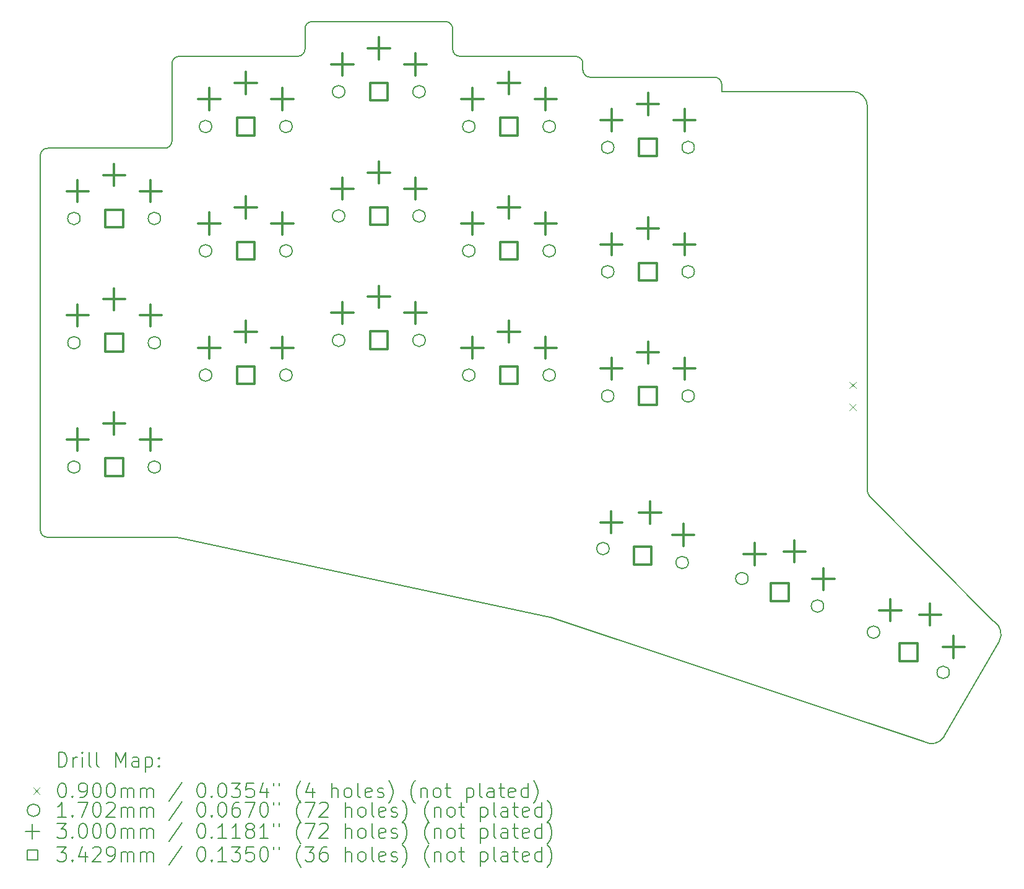
<source format=gbr>
%TF.GenerationSoftware,KiCad,Pcbnew,(6.0.7-1)-1*%
%TF.CreationDate,2022-10-05T19:06:01+03:00*%
%TF.ProjectId,board,626f6172-642e-46b6-9963-61645f706362,v1.0.0*%
%TF.SameCoordinates,Original*%
%TF.FileFunction,Drillmap*%
%TF.FilePolarity,Positive*%
%FSLAX45Y45*%
G04 Gerber Fmt 4.5, Leading zero omitted, Abs format (unit mm)*
G04 Created by KiCad (PCBNEW (6.0.7-1)-1) date 2022-10-05 19:06:01*
%MOMM*%
%LPD*%
G01*
G04 APERTURE LIST*
%ADD10C,0.150000*%
%ADD11C,0.200000*%
%ADD12C,0.090000*%
%ADD13C,0.170180*%
%ADD14C,0.300000*%
%ADD15C,0.342900*%
G04 APERTURE END LIST*
D10*
X5890000Y4040000D02*
X7636211Y4040000D01*
X5790000Y4140000D02*
X5790000Y9260000D01*
X5890000Y9360000D02*
X7490000Y9360000D01*
X7690000Y10617300D02*
X9310000Y10617300D01*
X7590000Y9460000D02*
X7590000Y10517300D01*
X9510000Y11093550D02*
X11330000Y11093550D01*
X11430000Y10993550D02*
X11430000Y10717300D01*
X9410000Y10717300D02*
X9410000Y10993550D01*
X11530000Y10617300D02*
X13110000Y10617300D01*
X13210000Y10517300D02*
X13210000Y10431550D01*
X15110000Y10136550D02*
X15110000Y10231550D01*
X13310000Y10331550D02*
X15010000Y10331550D01*
X17878998Y1244178D02*
G75*
G03*
X18152203Y1317383I100000J173205D01*
G01*
X18152203Y1317383D02*
X18902203Y2616421D01*
X18902203Y2616421D02*
G75*
G03*
X18837409Y2884490I-173205J100000D01*
G01*
X15110000Y10231550D02*
G75*
G03*
X15010000Y10331550I-100000J0D01*
G01*
X13210000Y10431550D02*
G75*
G03*
X13310000Y10331550I100000J0D01*
G01*
X13210000Y10517300D02*
G75*
G03*
X13110000Y10617300I-100000J0D01*
G01*
X11430000Y10717300D02*
G75*
G03*
X11530000Y10617300I100000J0D01*
G01*
X11430000Y10993550D02*
G75*
G03*
X11330000Y11093550I-100000J0D01*
G01*
X9510000Y11093550D02*
G75*
G03*
X9410000Y10993550I0J-100000D01*
G01*
X9310000Y10617300D02*
G75*
G03*
X9410000Y10717300I0J100000D01*
G01*
X7690000Y10617300D02*
G75*
G03*
X7590000Y10517300I0J-100000D01*
G01*
X7490000Y9360000D02*
G75*
G03*
X7590000Y9460000I0J100000D01*
G01*
X5890000Y9360000D02*
G75*
G03*
X5790000Y9260000I0J-100000D01*
G01*
X5790000Y4140000D02*
G75*
G03*
X5890000Y4040000I100000J0D01*
G01*
X17128897Y4608754D02*
X18820511Y2898208D01*
X17878998Y1244178D02*
X12766213Y2945005D01*
X12755552Y2947908D02*
X7657115Y4037791D01*
X17100000Y4679070D02*
X17100000Y9936550D01*
X17100000Y9936550D02*
G75*
G03*
X16900000Y10136550I-200000J0D01*
G01*
X16900000Y10136550D02*
X15110000Y10136550D01*
X7657115Y4037791D02*
G75*
G03*
X7636211Y4040000I-20905J-97791D01*
G01*
X12766213Y2945005D02*
G75*
G03*
X12755552Y2947908I-31565J-94887D01*
G01*
X18820511Y2898208D02*
G75*
G03*
X18837409Y2884490I71103J70316D01*
G01*
X17100000Y4679070D02*
G75*
G03*
X17128897Y4608754I100000J0D01*
G01*
D11*
D12*
X16855000Y6166550D02*
X16945000Y6076550D01*
X16945000Y6166550D02*
X16855000Y6076550D01*
X16855000Y6166550D02*
X16945000Y6076550D01*
X16945000Y6166550D02*
X16855000Y6076550D01*
X16855000Y5866550D02*
X16945000Y5776550D01*
X16945000Y5866550D02*
X16855000Y5776550D01*
X16855000Y5866550D02*
X16945000Y5776550D01*
X16945000Y5866550D02*
X16855000Y5776550D01*
D13*
X6335090Y8400000D02*
G75*
G03*
X6335090Y8400000I-85090J0D01*
G01*
X6335090Y8400000D02*
G75*
G03*
X6335090Y8400000I-85090J0D01*
G01*
X6335090Y6700000D02*
G75*
G03*
X6335090Y6700000I-85090J0D01*
G01*
X6335090Y6700000D02*
G75*
G03*
X6335090Y6700000I-85090J0D01*
G01*
X6335090Y5000000D02*
G75*
G03*
X6335090Y5000000I-85090J0D01*
G01*
X6335090Y5000000D02*
G75*
G03*
X6335090Y5000000I-85090J0D01*
G01*
X7435090Y8400000D02*
G75*
G03*
X7435090Y8400000I-85090J0D01*
G01*
X7435090Y8400000D02*
G75*
G03*
X7435090Y8400000I-85090J0D01*
G01*
X7435090Y6700000D02*
G75*
G03*
X7435090Y6700000I-85090J0D01*
G01*
X7435090Y6700000D02*
G75*
G03*
X7435090Y6700000I-85090J0D01*
G01*
X7435090Y5000000D02*
G75*
G03*
X7435090Y5000000I-85090J0D01*
G01*
X7435090Y5000000D02*
G75*
G03*
X7435090Y5000000I-85090J0D01*
G01*
X8135090Y9657300D02*
G75*
G03*
X8135090Y9657300I-85090J0D01*
G01*
X8135090Y9657300D02*
G75*
G03*
X8135090Y9657300I-85090J0D01*
G01*
X8135090Y7957300D02*
G75*
G03*
X8135090Y7957300I-85090J0D01*
G01*
X8135090Y7957300D02*
G75*
G03*
X8135090Y7957300I-85090J0D01*
G01*
X8135090Y6257300D02*
G75*
G03*
X8135090Y6257300I-85090J0D01*
G01*
X8135090Y6257300D02*
G75*
G03*
X8135090Y6257300I-85090J0D01*
G01*
X9235090Y9657300D02*
G75*
G03*
X9235090Y9657300I-85090J0D01*
G01*
X9235090Y9657300D02*
G75*
G03*
X9235090Y9657300I-85090J0D01*
G01*
X9235090Y7957300D02*
G75*
G03*
X9235090Y7957300I-85090J0D01*
G01*
X9235090Y7957300D02*
G75*
G03*
X9235090Y7957300I-85090J0D01*
G01*
X9235090Y6257300D02*
G75*
G03*
X9235090Y6257300I-85090J0D01*
G01*
X9235090Y6257300D02*
G75*
G03*
X9235090Y6257300I-85090J0D01*
G01*
X9955090Y10133550D02*
G75*
G03*
X9955090Y10133550I-85090J0D01*
G01*
X9955090Y10133550D02*
G75*
G03*
X9955090Y10133550I-85090J0D01*
G01*
X9955090Y8433550D02*
G75*
G03*
X9955090Y8433550I-85090J0D01*
G01*
X9955090Y8433550D02*
G75*
G03*
X9955090Y8433550I-85090J0D01*
G01*
X9955090Y6733550D02*
G75*
G03*
X9955090Y6733550I-85090J0D01*
G01*
X9955090Y6733550D02*
G75*
G03*
X9955090Y6733550I-85090J0D01*
G01*
X11055090Y10133550D02*
G75*
G03*
X11055090Y10133550I-85090J0D01*
G01*
X11055090Y10133550D02*
G75*
G03*
X11055090Y10133550I-85090J0D01*
G01*
X11055090Y8433550D02*
G75*
G03*
X11055090Y8433550I-85090J0D01*
G01*
X11055090Y8433550D02*
G75*
G03*
X11055090Y8433550I-85090J0D01*
G01*
X11055090Y6733550D02*
G75*
G03*
X11055090Y6733550I-85090J0D01*
G01*
X11055090Y6733550D02*
G75*
G03*
X11055090Y6733550I-85090J0D01*
G01*
X11735090Y9657300D02*
G75*
G03*
X11735090Y9657300I-85090J0D01*
G01*
X11735090Y9657300D02*
G75*
G03*
X11735090Y9657300I-85090J0D01*
G01*
X11735090Y7957300D02*
G75*
G03*
X11735090Y7957300I-85090J0D01*
G01*
X11735090Y7957300D02*
G75*
G03*
X11735090Y7957300I-85090J0D01*
G01*
X11735090Y6257300D02*
G75*
G03*
X11735090Y6257300I-85090J0D01*
G01*
X11735090Y6257300D02*
G75*
G03*
X11735090Y6257300I-85090J0D01*
G01*
X12835090Y9657300D02*
G75*
G03*
X12835090Y9657300I-85090J0D01*
G01*
X12835090Y9657300D02*
G75*
G03*
X12835090Y9657300I-85090J0D01*
G01*
X12835090Y7957300D02*
G75*
G03*
X12835090Y7957300I-85090J0D01*
G01*
X12835090Y7957300D02*
G75*
G03*
X12835090Y7957300I-85090J0D01*
G01*
X12835090Y6257300D02*
G75*
G03*
X12835090Y6257300I-85090J0D01*
G01*
X12835090Y6257300D02*
G75*
G03*
X12835090Y6257300I-85090J0D01*
G01*
X13570028Y3885293D02*
G75*
G03*
X13570028Y3885293I-85090J0D01*
G01*
X13570028Y3885293D02*
G75*
G03*
X13570028Y3885293I-85090J0D01*
G01*
X13635090Y9371550D02*
G75*
G03*
X13635090Y9371550I-85090J0D01*
G01*
X13635090Y9371550D02*
G75*
G03*
X13635090Y9371550I-85090J0D01*
G01*
X13635090Y7671550D02*
G75*
G03*
X13635090Y7671550I-85090J0D01*
G01*
X13635090Y7671550D02*
G75*
G03*
X13635090Y7671550I-85090J0D01*
G01*
X13635090Y5971550D02*
G75*
G03*
X13635090Y5971550I-85090J0D01*
G01*
X13635090Y5971550D02*
G75*
G03*
X13635090Y5971550I-85090J0D01*
G01*
X14653316Y3694280D02*
G75*
G03*
X14653316Y3694280I-85090J0D01*
G01*
X14653316Y3694280D02*
G75*
G03*
X14653316Y3694280I-85090J0D01*
G01*
X14735090Y9371550D02*
G75*
G03*
X14735090Y9371550I-85090J0D01*
G01*
X14735090Y9371550D02*
G75*
G03*
X14735090Y9371550I-85090J0D01*
G01*
X14735090Y7671550D02*
G75*
G03*
X14735090Y7671550I-85090J0D01*
G01*
X14735090Y7671550D02*
G75*
G03*
X14735090Y7671550I-85090J0D01*
G01*
X14735090Y5971550D02*
G75*
G03*
X14735090Y5971550I-85090J0D01*
G01*
X14735090Y5971550D02*
G75*
G03*
X14735090Y5971550I-85090J0D01*
G01*
X15470007Y3475448D02*
G75*
G03*
X15470007Y3475448I-85090J0D01*
G01*
X15470007Y3475448D02*
G75*
G03*
X15470007Y3475448I-85090J0D01*
G01*
X16503669Y3099226D02*
G75*
G03*
X16503669Y3099226I-85090J0D01*
G01*
X16503669Y3099226D02*
G75*
G03*
X16503669Y3099226I-85090J0D01*
G01*
X17269954Y2741902D02*
G75*
G03*
X17269954Y2741902I-85090J0D01*
G01*
X17269954Y2741902D02*
G75*
G03*
X17269954Y2741902I-85090J0D01*
G01*
X18222582Y2191902D02*
G75*
G03*
X18222582Y2191902I-85090J0D01*
G01*
X18222582Y2191902D02*
G75*
G03*
X18222582Y2191902I-85090J0D01*
G01*
D14*
X6300000Y8925000D02*
X6300000Y8625000D01*
X6150000Y8775000D02*
X6450000Y8775000D01*
X6300000Y7225000D02*
X6300000Y6925000D01*
X6150000Y7075000D02*
X6450000Y7075000D01*
X6300000Y5525000D02*
X6300000Y5225000D01*
X6150000Y5375000D02*
X6450000Y5375000D01*
X6800000Y9145000D02*
X6800000Y8845000D01*
X6650000Y8995000D02*
X6950000Y8995000D01*
X6800000Y9145000D02*
X6800000Y8845000D01*
X6650000Y8995000D02*
X6950000Y8995000D01*
X6800000Y7445000D02*
X6800000Y7145000D01*
X6650000Y7295000D02*
X6950000Y7295000D01*
X6800000Y7445000D02*
X6800000Y7145000D01*
X6650000Y7295000D02*
X6950000Y7295000D01*
X6800000Y5745000D02*
X6800000Y5445000D01*
X6650000Y5595000D02*
X6950000Y5595000D01*
X6800000Y5745000D02*
X6800000Y5445000D01*
X6650000Y5595000D02*
X6950000Y5595000D01*
X7300000Y8925000D02*
X7300000Y8625000D01*
X7150000Y8775000D02*
X7450000Y8775000D01*
X7300000Y7225000D02*
X7300000Y6925000D01*
X7150000Y7075000D02*
X7450000Y7075000D01*
X7300000Y5525000D02*
X7300000Y5225000D01*
X7150000Y5375000D02*
X7450000Y5375000D01*
X8100000Y10182300D02*
X8100000Y9882300D01*
X7950000Y10032300D02*
X8250000Y10032300D01*
X8100000Y8482300D02*
X8100000Y8182300D01*
X7950000Y8332300D02*
X8250000Y8332300D01*
X8100000Y6782300D02*
X8100000Y6482300D01*
X7950000Y6632300D02*
X8250000Y6632300D01*
X8600000Y10402300D02*
X8600000Y10102300D01*
X8450000Y10252300D02*
X8750000Y10252300D01*
X8600000Y10402300D02*
X8600000Y10102300D01*
X8450000Y10252300D02*
X8750000Y10252300D01*
X8600000Y8702300D02*
X8600000Y8402300D01*
X8450000Y8552300D02*
X8750000Y8552300D01*
X8600000Y8702300D02*
X8600000Y8402300D01*
X8450000Y8552300D02*
X8750000Y8552300D01*
X8600000Y7002300D02*
X8600000Y6702300D01*
X8450000Y6852300D02*
X8750000Y6852300D01*
X8600000Y7002300D02*
X8600000Y6702300D01*
X8450000Y6852300D02*
X8750000Y6852300D01*
X9100000Y10182300D02*
X9100000Y9882300D01*
X8950000Y10032300D02*
X9250000Y10032300D01*
X9100000Y8482300D02*
X9100000Y8182300D01*
X8950000Y8332300D02*
X9250000Y8332300D01*
X9100000Y6782300D02*
X9100000Y6482300D01*
X8950000Y6632300D02*
X9250000Y6632300D01*
X9920000Y10658550D02*
X9920000Y10358550D01*
X9770000Y10508550D02*
X10070000Y10508550D01*
X9920000Y8958550D02*
X9920000Y8658550D01*
X9770000Y8808550D02*
X10070000Y8808550D01*
X9920000Y7258550D02*
X9920000Y6958550D01*
X9770000Y7108550D02*
X10070000Y7108550D01*
X10420000Y10878550D02*
X10420000Y10578550D01*
X10270000Y10728550D02*
X10570000Y10728550D01*
X10420000Y10878550D02*
X10420000Y10578550D01*
X10270000Y10728550D02*
X10570000Y10728550D01*
X10420000Y9178550D02*
X10420000Y8878550D01*
X10270000Y9028550D02*
X10570000Y9028550D01*
X10420000Y9178550D02*
X10420000Y8878550D01*
X10270000Y9028550D02*
X10570000Y9028550D01*
X10420000Y7478550D02*
X10420000Y7178550D01*
X10270000Y7328550D02*
X10570000Y7328550D01*
X10420000Y7478550D02*
X10420000Y7178550D01*
X10270000Y7328550D02*
X10570000Y7328550D01*
X10920000Y10658550D02*
X10920000Y10358550D01*
X10770000Y10508550D02*
X11070000Y10508550D01*
X10920000Y8958550D02*
X10920000Y8658550D01*
X10770000Y8808550D02*
X11070000Y8808550D01*
X10920000Y7258550D02*
X10920000Y6958550D01*
X10770000Y7108550D02*
X11070000Y7108550D01*
X11700000Y10182300D02*
X11700000Y9882300D01*
X11550000Y10032300D02*
X11850000Y10032300D01*
X11700000Y8482300D02*
X11700000Y8182300D01*
X11550000Y8332300D02*
X11850000Y8332300D01*
X11700000Y6782300D02*
X11700000Y6482300D01*
X11550000Y6632300D02*
X11850000Y6632300D01*
X12200000Y10402300D02*
X12200000Y10102300D01*
X12050000Y10252300D02*
X12350000Y10252300D01*
X12200000Y10402300D02*
X12200000Y10102300D01*
X12050000Y10252300D02*
X12350000Y10252300D01*
X12200000Y8702300D02*
X12200000Y8402300D01*
X12050000Y8552300D02*
X12350000Y8552300D01*
X12200000Y8702300D02*
X12200000Y8402300D01*
X12050000Y8552300D02*
X12350000Y8552300D01*
X12200000Y7002300D02*
X12200000Y6702300D01*
X12050000Y6852300D02*
X12350000Y6852300D01*
X12200000Y7002300D02*
X12200000Y6702300D01*
X12050000Y6852300D02*
X12350000Y6852300D01*
X12700000Y10182300D02*
X12700000Y9882300D01*
X12550000Y10032300D02*
X12850000Y10032300D01*
X12700000Y8482300D02*
X12700000Y8182300D01*
X12550000Y8332300D02*
X12850000Y8332300D01*
X12700000Y6782300D02*
X12700000Y6482300D01*
X12550000Y6632300D02*
X12850000Y6632300D01*
X13599296Y4395914D02*
X13599296Y4095913D01*
X13449296Y4245914D02*
X13749296Y4245914D01*
X13600000Y9896550D02*
X13600000Y9596550D01*
X13450000Y9746550D02*
X13750000Y9746550D01*
X13600000Y8196550D02*
X13600000Y7896550D01*
X13450000Y8046550D02*
X13750000Y8046550D01*
X13600000Y6496550D02*
X13600000Y6196550D01*
X13450000Y6346550D02*
X13750000Y6346550D01*
X14100000Y10116550D02*
X14100000Y9816550D01*
X13950000Y9966550D02*
X14250000Y9966550D01*
X14100000Y10116550D02*
X14100000Y9816550D01*
X13950000Y9966550D02*
X14250000Y9966550D01*
X14100000Y8416550D02*
X14100000Y8116550D01*
X13950000Y8266550D02*
X14250000Y8266550D01*
X14100000Y8416550D02*
X14100000Y8116550D01*
X13950000Y8266550D02*
X14250000Y8266550D01*
X14100000Y6716550D02*
X14100000Y6416550D01*
X13950000Y6566550D02*
X14250000Y6566550D01*
X14100000Y6716550D02*
X14100000Y6416550D01*
X13950000Y6566550D02*
X14250000Y6566550D01*
X14129903Y4525747D02*
X14129903Y4225747D01*
X13979903Y4375747D02*
X14279903Y4375747D01*
X14129903Y4525747D02*
X14129903Y4225747D01*
X13979903Y4375747D02*
X14279903Y4375747D01*
X14584104Y4222265D02*
X14584104Y3922265D01*
X14434104Y4072265D02*
X14734104Y4072265D01*
X14600000Y9896550D02*
X14600000Y9596550D01*
X14450000Y9746550D02*
X14750000Y9746550D01*
X14600000Y8196550D02*
X14600000Y7896550D01*
X14450000Y8046550D02*
X14750000Y8046550D01*
X14600000Y6496550D02*
X14600000Y6196550D01*
X14450000Y6346550D02*
X14750000Y6346550D01*
X15560160Y3960732D02*
X15560160Y3660732D01*
X15410160Y3810732D02*
X15710160Y3810732D01*
X16105250Y3996454D02*
X16105250Y3696454D01*
X15955250Y3846454D02*
X16255250Y3846454D01*
X16105250Y3996454D02*
X16105250Y3696454D01*
X15955250Y3846454D02*
X16255250Y3846454D01*
X16499852Y3618712D02*
X16499852Y3318712D01*
X16349852Y3468712D02*
X16649852Y3468712D01*
X17415665Y3191661D02*
X17415665Y2891661D01*
X17265665Y3041661D02*
X17565665Y3041661D01*
X17958678Y3132187D02*
X17958678Y2832187D01*
X17808678Y2982187D02*
X18108678Y2982187D01*
X17958678Y3132187D02*
X17958678Y2832187D01*
X17808678Y2982187D02*
X18108678Y2982187D01*
X18281690Y2691661D02*
X18281690Y2391661D01*
X18131690Y2541661D02*
X18431690Y2541661D01*
D15*
X6921235Y8278765D02*
X6921235Y8521235D01*
X6678765Y8521235D01*
X6678765Y8278765D01*
X6921235Y8278765D01*
X6921235Y8278765D02*
X6921235Y8521235D01*
X6678765Y8521235D01*
X6678765Y8278765D01*
X6921235Y8278765D01*
X6921235Y6578765D02*
X6921235Y6821235D01*
X6678765Y6821235D01*
X6678765Y6578765D01*
X6921235Y6578765D01*
X6921235Y6578765D02*
X6921235Y6821235D01*
X6678765Y6821235D01*
X6678765Y6578765D01*
X6921235Y6578765D01*
X6921235Y4878765D02*
X6921235Y5121235D01*
X6678765Y5121235D01*
X6678765Y4878765D01*
X6921235Y4878765D01*
X6921235Y4878765D02*
X6921235Y5121235D01*
X6678765Y5121235D01*
X6678765Y4878765D01*
X6921235Y4878765D01*
X8721235Y9536065D02*
X8721235Y9778535D01*
X8478765Y9778535D01*
X8478765Y9536065D01*
X8721235Y9536065D01*
X8721235Y9536065D02*
X8721235Y9778535D01*
X8478765Y9778535D01*
X8478765Y9536065D01*
X8721235Y9536065D01*
X8721235Y7836065D02*
X8721235Y8078535D01*
X8478765Y8078535D01*
X8478765Y7836065D01*
X8721235Y7836065D01*
X8721235Y7836065D02*
X8721235Y8078535D01*
X8478765Y8078535D01*
X8478765Y7836065D01*
X8721235Y7836065D01*
X8721235Y6136065D02*
X8721235Y6378535D01*
X8478765Y6378535D01*
X8478765Y6136065D01*
X8721235Y6136065D01*
X8721235Y6136065D02*
X8721235Y6378535D01*
X8478765Y6378535D01*
X8478765Y6136065D01*
X8721235Y6136065D01*
X10541235Y10012315D02*
X10541235Y10254785D01*
X10298765Y10254785D01*
X10298765Y10012315D01*
X10541235Y10012315D01*
X10541235Y10012315D02*
X10541235Y10254785D01*
X10298765Y10254785D01*
X10298765Y10012315D01*
X10541235Y10012315D01*
X10541235Y8312315D02*
X10541235Y8554785D01*
X10298765Y8554785D01*
X10298765Y8312315D01*
X10541235Y8312315D01*
X10541235Y8312315D02*
X10541235Y8554785D01*
X10298765Y8554785D01*
X10298765Y8312315D01*
X10541235Y8312315D01*
X10541235Y6612315D02*
X10541235Y6854785D01*
X10298765Y6854785D01*
X10298765Y6612315D01*
X10541235Y6612315D01*
X10541235Y6612315D02*
X10541235Y6854785D01*
X10298765Y6854785D01*
X10298765Y6612315D01*
X10541235Y6612315D01*
X12321235Y9536065D02*
X12321235Y9778535D01*
X12078765Y9778535D01*
X12078765Y9536065D01*
X12321235Y9536065D01*
X12321235Y9536065D02*
X12321235Y9778535D01*
X12078765Y9778535D01*
X12078765Y9536065D01*
X12321235Y9536065D01*
X12321235Y7836065D02*
X12321235Y8078535D01*
X12078765Y8078535D01*
X12078765Y7836065D01*
X12321235Y7836065D01*
X12321235Y7836065D02*
X12321235Y8078535D01*
X12078765Y8078535D01*
X12078765Y7836065D01*
X12321235Y7836065D01*
X12321235Y6136065D02*
X12321235Y6378535D01*
X12078765Y6378535D01*
X12078765Y6136065D01*
X12321235Y6136065D01*
X12321235Y6136065D02*
X12321235Y6378535D01*
X12078765Y6378535D01*
X12078765Y6136065D01*
X12321235Y6136065D01*
X14147816Y3668552D02*
X14147816Y3911021D01*
X13905347Y3911021D01*
X13905347Y3668552D01*
X14147816Y3668552D01*
X14147816Y3668552D02*
X14147816Y3911021D01*
X13905347Y3911021D01*
X13905347Y3668552D01*
X14147816Y3668552D01*
X14221235Y9250315D02*
X14221235Y9492785D01*
X13978765Y9492785D01*
X13978765Y9250315D01*
X14221235Y9250315D01*
X14221235Y9250315D02*
X14221235Y9492785D01*
X13978765Y9492785D01*
X13978765Y9250315D01*
X14221235Y9250315D01*
X14221235Y7550315D02*
X14221235Y7792785D01*
X13978765Y7792785D01*
X13978765Y7550315D01*
X14221235Y7550315D01*
X14221235Y7550315D02*
X14221235Y7792785D01*
X13978765Y7792785D01*
X13978765Y7550315D01*
X14221235Y7550315D01*
X14221235Y5850315D02*
X14221235Y6092785D01*
X13978765Y6092785D01*
X13978765Y5850315D01*
X14221235Y5850315D01*
X14221235Y5850315D02*
X14221235Y6092785D01*
X13978765Y6092785D01*
X13978765Y5850315D01*
X14221235Y5850315D01*
X16022983Y3166103D02*
X16022983Y3408572D01*
X15780514Y3408572D01*
X15780514Y3166103D01*
X16022983Y3166103D01*
X16022983Y3166103D02*
X16022983Y3408572D01*
X15780514Y3408572D01*
X15780514Y3166103D01*
X16022983Y3166103D01*
X17782412Y2345667D02*
X17782412Y2588137D01*
X17539943Y2588137D01*
X17539943Y2345667D01*
X17782412Y2345667D01*
X17782412Y2345667D02*
X17782412Y2588137D01*
X17539943Y2588137D01*
X17539943Y2345667D01*
X17782412Y2345667D01*
D11*
X6040119Y899407D02*
X6040119Y1099407D01*
X6087738Y1099407D01*
X6116309Y1089883D01*
X6135357Y1070835D01*
X6144881Y1051788D01*
X6154405Y1013692D01*
X6154405Y985121D01*
X6144881Y947026D01*
X6135357Y927978D01*
X6116309Y908930D01*
X6087738Y899407D01*
X6040119Y899407D01*
X6240119Y899407D02*
X6240119Y1032740D01*
X6240119Y994645D02*
X6249643Y1013692D01*
X6259167Y1023216D01*
X6278214Y1032740D01*
X6297262Y1032740D01*
X6363928Y899407D02*
X6363928Y1032740D01*
X6363928Y1099407D02*
X6354405Y1089883D01*
X6363928Y1080359D01*
X6373452Y1089883D01*
X6363928Y1099407D01*
X6363928Y1080359D01*
X6487738Y899407D02*
X6468690Y908930D01*
X6459167Y927978D01*
X6459167Y1099407D01*
X6592500Y899407D02*
X6573452Y908930D01*
X6563928Y927978D01*
X6563928Y1099407D01*
X6821071Y899407D02*
X6821071Y1099407D01*
X6887738Y956549D01*
X6954405Y1099407D01*
X6954405Y899407D01*
X7135357Y899407D02*
X7135357Y1004169D01*
X7125833Y1023216D01*
X7106786Y1032740D01*
X7068690Y1032740D01*
X7049643Y1023216D01*
X7135357Y908930D02*
X7116309Y899407D01*
X7068690Y899407D01*
X7049643Y908930D01*
X7040119Y927978D01*
X7040119Y947026D01*
X7049643Y966073D01*
X7068690Y975597D01*
X7116309Y975597D01*
X7135357Y985121D01*
X7230595Y1032740D02*
X7230595Y832740D01*
X7230595Y1023216D02*
X7249643Y1032740D01*
X7287738Y1032740D01*
X7306786Y1023216D01*
X7316309Y1013692D01*
X7325833Y994645D01*
X7325833Y937502D01*
X7316309Y918454D01*
X7306786Y908930D01*
X7287738Y899407D01*
X7249643Y899407D01*
X7230595Y908930D01*
X7411548Y918454D02*
X7421071Y908930D01*
X7411548Y899407D01*
X7402024Y908930D01*
X7411548Y918454D01*
X7411548Y899407D01*
X7411548Y1023216D02*
X7421071Y1013692D01*
X7411548Y1004169D01*
X7402024Y1013692D01*
X7411548Y1023216D01*
X7411548Y1004169D01*
D12*
X5692500Y614883D02*
X5782500Y524883D01*
X5782500Y614883D02*
X5692500Y524883D01*
D11*
X6078214Y679407D02*
X6097262Y679407D01*
X6116309Y669883D01*
X6125833Y660359D01*
X6135357Y641311D01*
X6144881Y603216D01*
X6144881Y555597D01*
X6135357Y517502D01*
X6125833Y498454D01*
X6116309Y488930D01*
X6097262Y479407D01*
X6078214Y479407D01*
X6059167Y488930D01*
X6049643Y498454D01*
X6040119Y517502D01*
X6030595Y555597D01*
X6030595Y603216D01*
X6040119Y641311D01*
X6049643Y660359D01*
X6059167Y669883D01*
X6078214Y679407D01*
X6230595Y498454D02*
X6240119Y488930D01*
X6230595Y479407D01*
X6221071Y488930D01*
X6230595Y498454D01*
X6230595Y479407D01*
X6335357Y479407D02*
X6373452Y479407D01*
X6392500Y488930D01*
X6402024Y498454D01*
X6421071Y527026D01*
X6430595Y565121D01*
X6430595Y641311D01*
X6421071Y660359D01*
X6411548Y669883D01*
X6392500Y679407D01*
X6354405Y679407D01*
X6335357Y669883D01*
X6325833Y660359D01*
X6316309Y641311D01*
X6316309Y593692D01*
X6325833Y574645D01*
X6335357Y565121D01*
X6354405Y555597D01*
X6392500Y555597D01*
X6411548Y565121D01*
X6421071Y574645D01*
X6430595Y593692D01*
X6554405Y679407D02*
X6573452Y679407D01*
X6592500Y669883D01*
X6602024Y660359D01*
X6611548Y641311D01*
X6621071Y603216D01*
X6621071Y555597D01*
X6611548Y517502D01*
X6602024Y498454D01*
X6592500Y488930D01*
X6573452Y479407D01*
X6554405Y479407D01*
X6535357Y488930D01*
X6525833Y498454D01*
X6516309Y517502D01*
X6506786Y555597D01*
X6506786Y603216D01*
X6516309Y641311D01*
X6525833Y660359D01*
X6535357Y669883D01*
X6554405Y679407D01*
X6744881Y679407D02*
X6763928Y679407D01*
X6782976Y669883D01*
X6792500Y660359D01*
X6802024Y641311D01*
X6811548Y603216D01*
X6811548Y555597D01*
X6802024Y517502D01*
X6792500Y498454D01*
X6782976Y488930D01*
X6763928Y479407D01*
X6744881Y479407D01*
X6725833Y488930D01*
X6716309Y498454D01*
X6706786Y517502D01*
X6697262Y555597D01*
X6697262Y603216D01*
X6706786Y641311D01*
X6716309Y660359D01*
X6725833Y669883D01*
X6744881Y679407D01*
X6897262Y479407D02*
X6897262Y612740D01*
X6897262Y593692D02*
X6906786Y603216D01*
X6925833Y612740D01*
X6954405Y612740D01*
X6973452Y603216D01*
X6982976Y584169D01*
X6982976Y479407D01*
X6982976Y584169D02*
X6992500Y603216D01*
X7011548Y612740D01*
X7040119Y612740D01*
X7059167Y603216D01*
X7068690Y584169D01*
X7068690Y479407D01*
X7163928Y479407D02*
X7163928Y612740D01*
X7163928Y593692D02*
X7173452Y603216D01*
X7192500Y612740D01*
X7221071Y612740D01*
X7240119Y603216D01*
X7249643Y584169D01*
X7249643Y479407D01*
X7249643Y584169D02*
X7259167Y603216D01*
X7278214Y612740D01*
X7306786Y612740D01*
X7325833Y603216D01*
X7335357Y584169D01*
X7335357Y479407D01*
X7725833Y688931D02*
X7554405Y431788D01*
X7982976Y679407D02*
X8002024Y679407D01*
X8021071Y669883D01*
X8030595Y660359D01*
X8040119Y641311D01*
X8049643Y603216D01*
X8049643Y555597D01*
X8040119Y517502D01*
X8030595Y498454D01*
X8021071Y488930D01*
X8002024Y479407D01*
X7982976Y479407D01*
X7963928Y488930D01*
X7954405Y498454D01*
X7944881Y517502D01*
X7935357Y555597D01*
X7935357Y603216D01*
X7944881Y641311D01*
X7954405Y660359D01*
X7963928Y669883D01*
X7982976Y679407D01*
X8135357Y498454D02*
X8144881Y488930D01*
X8135357Y479407D01*
X8125833Y488930D01*
X8135357Y498454D01*
X8135357Y479407D01*
X8268690Y679407D02*
X8287738Y679407D01*
X8306786Y669883D01*
X8316309Y660359D01*
X8325833Y641311D01*
X8335357Y603216D01*
X8335357Y555597D01*
X8325833Y517502D01*
X8316309Y498454D01*
X8306786Y488930D01*
X8287738Y479407D01*
X8268690Y479407D01*
X8249643Y488930D01*
X8240119Y498454D01*
X8230595Y517502D01*
X8221071Y555597D01*
X8221071Y603216D01*
X8230595Y641311D01*
X8240119Y660359D01*
X8249643Y669883D01*
X8268690Y679407D01*
X8402024Y679407D02*
X8525833Y679407D01*
X8459167Y603216D01*
X8487738Y603216D01*
X8506786Y593692D01*
X8516310Y584169D01*
X8525833Y565121D01*
X8525833Y517502D01*
X8516310Y498454D01*
X8506786Y488930D01*
X8487738Y479407D01*
X8430595Y479407D01*
X8411548Y488930D01*
X8402024Y498454D01*
X8706786Y679407D02*
X8611548Y679407D01*
X8602024Y584169D01*
X8611548Y593692D01*
X8630595Y603216D01*
X8678214Y603216D01*
X8697262Y593692D01*
X8706786Y584169D01*
X8716310Y565121D01*
X8716310Y517502D01*
X8706786Y498454D01*
X8697262Y488930D01*
X8678214Y479407D01*
X8630595Y479407D01*
X8611548Y488930D01*
X8602024Y498454D01*
X8887738Y612740D02*
X8887738Y479407D01*
X8840119Y688931D02*
X8792500Y546073D01*
X8916310Y546073D01*
X8982976Y679407D02*
X8982976Y641311D01*
X9059167Y679407D02*
X9059167Y641311D01*
X9354405Y403216D02*
X9344881Y412740D01*
X9325833Y441311D01*
X9316310Y460359D01*
X9306786Y488930D01*
X9297262Y536550D01*
X9297262Y574645D01*
X9306786Y622264D01*
X9316310Y650835D01*
X9325833Y669883D01*
X9344881Y698454D01*
X9354405Y707978D01*
X9516310Y612740D02*
X9516310Y479407D01*
X9468690Y688931D02*
X9421071Y546073D01*
X9544881Y546073D01*
X9773452Y479407D02*
X9773452Y679407D01*
X9859167Y479407D02*
X9859167Y584169D01*
X9849643Y603216D01*
X9830595Y612740D01*
X9802024Y612740D01*
X9782976Y603216D01*
X9773452Y593692D01*
X9982976Y479407D02*
X9963929Y488930D01*
X9954405Y498454D01*
X9944881Y517502D01*
X9944881Y574645D01*
X9954405Y593692D01*
X9963929Y603216D01*
X9982976Y612740D01*
X10011548Y612740D01*
X10030595Y603216D01*
X10040119Y593692D01*
X10049643Y574645D01*
X10049643Y517502D01*
X10040119Y498454D01*
X10030595Y488930D01*
X10011548Y479407D01*
X9982976Y479407D01*
X10163929Y479407D02*
X10144881Y488930D01*
X10135357Y507978D01*
X10135357Y679407D01*
X10316310Y488930D02*
X10297262Y479407D01*
X10259167Y479407D01*
X10240119Y488930D01*
X10230595Y507978D01*
X10230595Y584169D01*
X10240119Y603216D01*
X10259167Y612740D01*
X10297262Y612740D01*
X10316310Y603216D01*
X10325833Y584169D01*
X10325833Y565121D01*
X10230595Y546073D01*
X10402024Y488930D02*
X10421071Y479407D01*
X10459167Y479407D01*
X10478214Y488930D01*
X10487738Y507978D01*
X10487738Y517502D01*
X10478214Y536550D01*
X10459167Y546073D01*
X10430595Y546073D01*
X10411548Y555597D01*
X10402024Y574645D01*
X10402024Y584169D01*
X10411548Y603216D01*
X10430595Y612740D01*
X10459167Y612740D01*
X10478214Y603216D01*
X10554405Y403216D02*
X10563929Y412740D01*
X10582976Y441311D01*
X10592500Y460359D01*
X10602024Y488930D01*
X10611548Y536550D01*
X10611548Y574645D01*
X10602024Y622264D01*
X10592500Y650835D01*
X10582976Y669883D01*
X10563929Y698454D01*
X10554405Y707978D01*
X10916310Y403216D02*
X10906786Y412740D01*
X10887738Y441311D01*
X10878214Y460359D01*
X10868690Y488930D01*
X10859167Y536550D01*
X10859167Y574645D01*
X10868690Y622264D01*
X10878214Y650835D01*
X10887738Y669883D01*
X10906786Y698454D01*
X10916310Y707978D01*
X10992500Y612740D02*
X10992500Y479407D01*
X10992500Y593692D02*
X11002024Y603216D01*
X11021071Y612740D01*
X11049643Y612740D01*
X11068690Y603216D01*
X11078214Y584169D01*
X11078214Y479407D01*
X11202024Y479407D02*
X11182976Y488930D01*
X11173452Y498454D01*
X11163929Y517502D01*
X11163929Y574645D01*
X11173452Y593692D01*
X11182976Y603216D01*
X11202024Y612740D01*
X11230595Y612740D01*
X11249643Y603216D01*
X11259167Y593692D01*
X11268690Y574645D01*
X11268690Y517502D01*
X11259167Y498454D01*
X11249643Y488930D01*
X11230595Y479407D01*
X11202024Y479407D01*
X11325833Y612740D02*
X11402024Y612740D01*
X11354405Y679407D02*
X11354405Y507978D01*
X11363928Y488930D01*
X11382976Y479407D01*
X11402024Y479407D01*
X11621071Y612740D02*
X11621071Y412740D01*
X11621071Y603216D02*
X11640119Y612740D01*
X11678214Y612740D01*
X11697262Y603216D01*
X11706786Y593692D01*
X11716309Y574645D01*
X11716309Y517502D01*
X11706786Y498454D01*
X11697262Y488930D01*
X11678214Y479407D01*
X11640119Y479407D01*
X11621071Y488930D01*
X11830595Y479407D02*
X11811548Y488930D01*
X11802024Y507978D01*
X11802024Y679407D01*
X11992500Y479407D02*
X11992500Y584169D01*
X11982976Y603216D01*
X11963928Y612740D01*
X11925833Y612740D01*
X11906786Y603216D01*
X11992500Y488930D02*
X11973452Y479407D01*
X11925833Y479407D01*
X11906786Y488930D01*
X11897262Y507978D01*
X11897262Y527026D01*
X11906786Y546073D01*
X11925833Y555597D01*
X11973452Y555597D01*
X11992500Y565121D01*
X12059167Y612740D02*
X12135357Y612740D01*
X12087738Y679407D02*
X12087738Y507978D01*
X12097262Y488930D01*
X12116309Y479407D01*
X12135357Y479407D01*
X12278214Y488930D02*
X12259167Y479407D01*
X12221071Y479407D01*
X12202024Y488930D01*
X12192500Y507978D01*
X12192500Y584169D01*
X12202024Y603216D01*
X12221071Y612740D01*
X12259167Y612740D01*
X12278214Y603216D01*
X12287738Y584169D01*
X12287738Y565121D01*
X12192500Y546073D01*
X12459167Y479407D02*
X12459167Y679407D01*
X12459167Y488930D02*
X12440119Y479407D01*
X12402024Y479407D01*
X12382976Y488930D01*
X12373452Y498454D01*
X12363928Y517502D01*
X12363928Y574645D01*
X12373452Y593692D01*
X12382976Y603216D01*
X12402024Y612740D01*
X12440119Y612740D01*
X12459167Y603216D01*
X12535357Y403216D02*
X12544881Y412740D01*
X12563928Y441311D01*
X12573452Y460359D01*
X12582976Y488930D01*
X12592500Y536550D01*
X12592500Y574645D01*
X12582976Y622264D01*
X12573452Y650835D01*
X12563928Y669883D01*
X12544881Y698454D01*
X12535357Y707978D01*
D13*
X5782500Y305883D02*
G75*
G03*
X5782500Y305883I-85090J0D01*
G01*
D11*
X6144881Y215407D02*
X6030595Y215407D01*
X6087738Y215407D02*
X6087738Y415407D01*
X6068690Y386835D01*
X6049643Y367788D01*
X6030595Y358264D01*
X6230595Y234454D02*
X6240119Y224930D01*
X6230595Y215407D01*
X6221071Y224930D01*
X6230595Y234454D01*
X6230595Y215407D01*
X6306786Y415407D02*
X6440119Y415407D01*
X6354405Y215407D01*
X6554405Y415407D02*
X6573452Y415407D01*
X6592500Y405883D01*
X6602024Y396359D01*
X6611548Y377311D01*
X6621071Y339216D01*
X6621071Y291597D01*
X6611548Y253502D01*
X6602024Y234454D01*
X6592500Y224930D01*
X6573452Y215407D01*
X6554405Y215407D01*
X6535357Y224930D01*
X6525833Y234454D01*
X6516309Y253502D01*
X6506786Y291597D01*
X6506786Y339216D01*
X6516309Y377311D01*
X6525833Y396359D01*
X6535357Y405883D01*
X6554405Y415407D01*
X6697262Y396359D02*
X6706786Y405883D01*
X6725833Y415407D01*
X6773452Y415407D01*
X6792500Y405883D01*
X6802024Y396359D01*
X6811548Y377311D01*
X6811548Y358264D01*
X6802024Y329692D01*
X6687738Y215407D01*
X6811548Y215407D01*
X6897262Y215407D02*
X6897262Y348740D01*
X6897262Y329692D02*
X6906786Y339216D01*
X6925833Y348740D01*
X6954405Y348740D01*
X6973452Y339216D01*
X6982976Y320169D01*
X6982976Y215407D01*
X6982976Y320169D02*
X6992500Y339216D01*
X7011548Y348740D01*
X7040119Y348740D01*
X7059167Y339216D01*
X7068690Y320169D01*
X7068690Y215407D01*
X7163928Y215407D02*
X7163928Y348740D01*
X7163928Y329692D02*
X7173452Y339216D01*
X7192500Y348740D01*
X7221071Y348740D01*
X7240119Y339216D01*
X7249643Y320169D01*
X7249643Y215407D01*
X7249643Y320169D02*
X7259167Y339216D01*
X7278214Y348740D01*
X7306786Y348740D01*
X7325833Y339216D01*
X7335357Y320169D01*
X7335357Y215407D01*
X7725833Y424930D02*
X7554405Y167788D01*
X7982976Y415407D02*
X8002024Y415407D01*
X8021071Y405883D01*
X8030595Y396359D01*
X8040119Y377311D01*
X8049643Y339216D01*
X8049643Y291597D01*
X8040119Y253502D01*
X8030595Y234454D01*
X8021071Y224930D01*
X8002024Y215407D01*
X7982976Y215407D01*
X7963928Y224930D01*
X7954405Y234454D01*
X7944881Y253502D01*
X7935357Y291597D01*
X7935357Y339216D01*
X7944881Y377311D01*
X7954405Y396359D01*
X7963928Y405883D01*
X7982976Y415407D01*
X8135357Y234454D02*
X8144881Y224930D01*
X8135357Y215407D01*
X8125833Y224930D01*
X8135357Y234454D01*
X8135357Y215407D01*
X8268690Y415407D02*
X8287738Y415407D01*
X8306786Y405883D01*
X8316309Y396359D01*
X8325833Y377311D01*
X8335357Y339216D01*
X8335357Y291597D01*
X8325833Y253502D01*
X8316309Y234454D01*
X8306786Y224930D01*
X8287738Y215407D01*
X8268690Y215407D01*
X8249643Y224930D01*
X8240119Y234454D01*
X8230595Y253502D01*
X8221071Y291597D01*
X8221071Y339216D01*
X8230595Y377311D01*
X8240119Y396359D01*
X8249643Y405883D01*
X8268690Y415407D01*
X8506786Y415407D02*
X8468690Y415407D01*
X8449643Y405883D01*
X8440119Y396359D01*
X8421071Y367788D01*
X8411548Y329692D01*
X8411548Y253502D01*
X8421071Y234454D01*
X8430595Y224930D01*
X8449643Y215407D01*
X8487738Y215407D01*
X8506786Y224930D01*
X8516310Y234454D01*
X8525833Y253502D01*
X8525833Y301121D01*
X8516310Y320169D01*
X8506786Y329692D01*
X8487738Y339216D01*
X8449643Y339216D01*
X8430595Y329692D01*
X8421071Y320169D01*
X8411548Y301121D01*
X8592500Y415407D02*
X8725833Y415407D01*
X8640119Y215407D01*
X8840119Y415407D02*
X8859167Y415407D01*
X8878214Y405883D01*
X8887738Y396359D01*
X8897262Y377311D01*
X8906786Y339216D01*
X8906786Y291597D01*
X8897262Y253502D01*
X8887738Y234454D01*
X8878214Y224930D01*
X8859167Y215407D01*
X8840119Y215407D01*
X8821071Y224930D01*
X8811548Y234454D01*
X8802024Y253502D01*
X8792500Y291597D01*
X8792500Y339216D01*
X8802024Y377311D01*
X8811548Y396359D01*
X8821071Y405883D01*
X8840119Y415407D01*
X8982976Y415407D02*
X8982976Y377311D01*
X9059167Y415407D02*
X9059167Y377311D01*
X9354405Y139216D02*
X9344881Y148740D01*
X9325833Y177311D01*
X9316310Y196359D01*
X9306786Y224930D01*
X9297262Y272550D01*
X9297262Y310645D01*
X9306786Y358264D01*
X9316310Y386835D01*
X9325833Y405883D01*
X9344881Y434454D01*
X9354405Y443978D01*
X9411548Y415407D02*
X9544881Y415407D01*
X9459167Y215407D01*
X9611548Y396359D02*
X9621071Y405883D01*
X9640119Y415407D01*
X9687738Y415407D01*
X9706786Y405883D01*
X9716310Y396359D01*
X9725833Y377311D01*
X9725833Y358264D01*
X9716310Y329692D01*
X9602024Y215407D01*
X9725833Y215407D01*
X9963929Y215407D02*
X9963929Y415407D01*
X10049643Y215407D02*
X10049643Y320169D01*
X10040119Y339216D01*
X10021071Y348740D01*
X9992500Y348740D01*
X9973452Y339216D01*
X9963929Y329692D01*
X10173452Y215407D02*
X10154405Y224930D01*
X10144881Y234454D01*
X10135357Y253502D01*
X10135357Y310645D01*
X10144881Y329692D01*
X10154405Y339216D01*
X10173452Y348740D01*
X10202024Y348740D01*
X10221071Y339216D01*
X10230595Y329692D01*
X10240119Y310645D01*
X10240119Y253502D01*
X10230595Y234454D01*
X10221071Y224930D01*
X10202024Y215407D01*
X10173452Y215407D01*
X10354405Y215407D02*
X10335357Y224930D01*
X10325833Y243978D01*
X10325833Y415407D01*
X10506786Y224930D02*
X10487738Y215407D01*
X10449643Y215407D01*
X10430595Y224930D01*
X10421071Y243978D01*
X10421071Y320169D01*
X10430595Y339216D01*
X10449643Y348740D01*
X10487738Y348740D01*
X10506786Y339216D01*
X10516310Y320169D01*
X10516310Y301121D01*
X10421071Y282073D01*
X10592500Y224930D02*
X10611548Y215407D01*
X10649643Y215407D01*
X10668690Y224930D01*
X10678214Y243978D01*
X10678214Y253502D01*
X10668690Y272550D01*
X10649643Y282073D01*
X10621071Y282073D01*
X10602024Y291597D01*
X10592500Y310645D01*
X10592500Y320169D01*
X10602024Y339216D01*
X10621071Y348740D01*
X10649643Y348740D01*
X10668690Y339216D01*
X10744881Y139216D02*
X10754405Y148740D01*
X10773452Y177311D01*
X10782976Y196359D01*
X10792500Y224930D01*
X10802024Y272550D01*
X10802024Y310645D01*
X10792500Y358264D01*
X10782976Y386835D01*
X10773452Y405883D01*
X10754405Y434454D01*
X10744881Y443978D01*
X11106786Y139216D02*
X11097262Y148740D01*
X11078214Y177311D01*
X11068690Y196359D01*
X11059167Y224930D01*
X11049643Y272550D01*
X11049643Y310645D01*
X11059167Y358264D01*
X11068690Y386835D01*
X11078214Y405883D01*
X11097262Y434454D01*
X11106786Y443978D01*
X11182976Y348740D02*
X11182976Y215407D01*
X11182976Y329692D02*
X11192500Y339216D01*
X11211548Y348740D01*
X11240119Y348740D01*
X11259167Y339216D01*
X11268690Y320169D01*
X11268690Y215407D01*
X11392500Y215407D02*
X11373452Y224930D01*
X11363928Y234454D01*
X11354405Y253502D01*
X11354405Y310645D01*
X11363928Y329692D01*
X11373452Y339216D01*
X11392500Y348740D01*
X11421071Y348740D01*
X11440119Y339216D01*
X11449643Y329692D01*
X11459167Y310645D01*
X11459167Y253502D01*
X11449643Y234454D01*
X11440119Y224930D01*
X11421071Y215407D01*
X11392500Y215407D01*
X11516309Y348740D02*
X11592500Y348740D01*
X11544881Y415407D02*
X11544881Y243978D01*
X11554405Y224930D01*
X11573452Y215407D01*
X11592500Y215407D01*
X11811548Y348740D02*
X11811548Y148740D01*
X11811548Y339216D02*
X11830595Y348740D01*
X11868690Y348740D01*
X11887738Y339216D01*
X11897262Y329692D01*
X11906786Y310645D01*
X11906786Y253502D01*
X11897262Y234454D01*
X11887738Y224930D01*
X11868690Y215407D01*
X11830595Y215407D01*
X11811548Y224930D01*
X12021071Y215407D02*
X12002024Y224930D01*
X11992500Y243978D01*
X11992500Y415407D01*
X12182976Y215407D02*
X12182976Y320169D01*
X12173452Y339216D01*
X12154405Y348740D01*
X12116309Y348740D01*
X12097262Y339216D01*
X12182976Y224930D02*
X12163928Y215407D01*
X12116309Y215407D01*
X12097262Y224930D01*
X12087738Y243978D01*
X12087738Y263026D01*
X12097262Y282073D01*
X12116309Y291597D01*
X12163928Y291597D01*
X12182976Y301121D01*
X12249643Y348740D02*
X12325833Y348740D01*
X12278214Y415407D02*
X12278214Y243978D01*
X12287738Y224930D01*
X12306786Y215407D01*
X12325833Y215407D01*
X12468690Y224930D02*
X12449643Y215407D01*
X12411548Y215407D01*
X12392500Y224930D01*
X12382976Y243978D01*
X12382976Y320169D01*
X12392500Y339216D01*
X12411548Y348740D01*
X12449643Y348740D01*
X12468690Y339216D01*
X12478214Y320169D01*
X12478214Y301121D01*
X12382976Y282073D01*
X12649643Y215407D02*
X12649643Y415407D01*
X12649643Y224930D02*
X12630595Y215407D01*
X12592500Y215407D01*
X12573452Y224930D01*
X12563928Y234454D01*
X12554405Y253502D01*
X12554405Y310645D01*
X12563928Y329692D01*
X12573452Y339216D01*
X12592500Y348740D01*
X12630595Y348740D01*
X12649643Y339216D01*
X12725833Y139216D02*
X12735357Y148740D01*
X12754405Y177311D01*
X12763928Y196359D01*
X12773452Y224930D01*
X12782976Y272550D01*
X12782976Y310645D01*
X12773452Y358264D01*
X12763928Y386835D01*
X12754405Y405883D01*
X12735357Y434454D01*
X12725833Y443978D01*
X5682500Y115703D02*
X5682500Y-84297D01*
X5582500Y15703D02*
X5782500Y15703D01*
X6021071Y125227D02*
X6144881Y125227D01*
X6078214Y49036D01*
X6106786Y49036D01*
X6125833Y39512D01*
X6135357Y29989D01*
X6144881Y10941D01*
X6144881Y-36678D01*
X6135357Y-55726D01*
X6125833Y-65249D01*
X6106786Y-74773D01*
X6049643Y-74773D01*
X6030595Y-65249D01*
X6021071Y-55726D01*
X6230595Y-55726D02*
X6240119Y-65249D01*
X6230595Y-74773D01*
X6221071Y-65249D01*
X6230595Y-55726D01*
X6230595Y-74773D01*
X6363928Y125227D02*
X6382976Y125227D01*
X6402024Y115703D01*
X6411548Y106179D01*
X6421071Y87131D01*
X6430595Y49036D01*
X6430595Y1417D01*
X6421071Y-36678D01*
X6411548Y-55726D01*
X6402024Y-65249D01*
X6382976Y-74773D01*
X6363928Y-74773D01*
X6344881Y-65249D01*
X6335357Y-55726D01*
X6325833Y-36678D01*
X6316309Y1417D01*
X6316309Y49036D01*
X6325833Y87131D01*
X6335357Y106179D01*
X6344881Y115703D01*
X6363928Y125227D01*
X6554405Y125227D02*
X6573452Y125227D01*
X6592500Y115703D01*
X6602024Y106179D01*
X6611548Y87131D01*
X6621071Y49036D01*
X6621071Y1417D01*
X6611548Y-36678D01*
X6602024Y-55726D01*
X6592500Y-65249D01*
X6573452Y-74773D01*
X6554405Y-74773D01*
X6535357Y-65249D01*
X6525833Y-55726D01*
X6516309Y-36678D01*
X6506786Y1417D01*
X6506786Y49036D01*
X6516309Y87131D01*
X6525833Y106179D01*
X6535357Y115703D01*
X6554405Y125227D01*
X6744881Y125227D02*
X6763928Y125227D01*
X6782976Y115703D01*
X6792500Y106179D01*
X6802024Y87131D01*
X6811548Y49036D01*
X6811548Y1417D01*
X6802024Y-36678D01*
X6792500Y-55726D01*
X6782976Y-65249D01*
X6763928Y-74773D01*
X6744881Y-74773D01*
X6725833Y-65249D01*
X6716309Y-55726D01*
X6706786Y-36678D01*
X6697262Y1417D01*
X6697262Y49036D01*
X6706786Y87131D01*
X6716309Y106179D01*
X6725833Y115703D01*
X6744881Y125227D01*
X6897262Y-74773D02*
X6897262Y58560D01*
X6897262Y39512D02*
X6906786Y49036D01*
X6925833Y58560D01*
X6954405Y58560D01*
X6973452Y49036D01*
X6982976Y29989D01*
X6982976Y-74773D01*
X6982976Y29989D02*
X6992500Y49036D01*
X7011548Y58560D01*
X7040119Y58560D01*
X7059167Y49036D01*
X7068690Y29989D01*
X7068690Y-74773D01*
X7163928Y-74773D02*
X7163928Y58560D01*
X7163928Y39512D02*
X7173452Y49036D01*
X7192500Y58560D01*
X7221071Y58560D01*
X7240119Y49036D01*
X7249643Y29989D01*
X7249643Y-74773D01*
X7249643Y29989D02*
X7259167Y49036D01*
X7278214Y58560D01*
X7306786Y58560D01*
X7325833Y49036D01*
X7335357Y29989D01*
X7335357Y-74773D01*
X7725833Y134751D02*
X7554405Y-122392D01*
X7982976Y125227D02*
X8002024Y125227D01*
X8021071Y115703D01*
X8030595Y106179D01*
X8040119Y87131D01*
X8049643Y49036D01*
X8049643Y1417D01*
X8040119Y-36678D01*
X8030595Y-55726D01*
X8021071Y-65249D01*
X8002024Y-74773D01*
X7982976Y-74773D01*
X7963928Y-65249D01*
X7954405Y-55726D01*
X7944881Y-36678D01*
X7935357Y1417D01*
X7935357Y49036D01*
X7944881Y87131D01*
X7954405Y106179D01*
X7963928Y115703D01*
X7982976Y125227D01*
X8135357Y-55726D02*
X8144881Y-65249D01*
X8135357Y-74773D01*
X8125833Y-65249D01*
X8135357Y-55726D01*
X8135357Y-74773D01*
X8335357Y-74773D02*
X8221071Y-74773D01*
X8278214Y-74773D02*
X8278214Y125227D01*
X8259167Y96655D01*
X8240119Y77608D01*
X8221071Y68084D01*
X8525833Y-74773D02*
X8411548Y-74773D01*
X8468690Y-74773D02*
X8468690Y125227D01*
X8449643Y96655D01*
X8430595Y77608D01*
X8411548Y68084D01*
X8640119Y39512D02*
X8621071Y49036D01*
X8611548Y58560D01*
X8602024Y77608D01*
X8602024Y87131D01*
X8611548Y106179D01*
X8621071Y115703D01*
X8640119Y125227D01*
X8678214Y125227D01*
X8697262Y115703D01*
X8706786Y106179D01*
X8716310Y87131D01*
X8716310Y77608D01*
X8706786Y58560D01*
X8697262Y49036D01*
X8678214Y39512D01*
X8640119Y39512D01*
X8621071Y29989D01*
X8611548Y20465D01*
X8602024Y1417D01*
X8602024Y-36678D01*
X8611548Y-55726D01*
X8621071Y-65249D01*
X8640119Y-74773D01*
X8678214Y-74773D01*
X8697262Y-65249D01*
X8706786Y-55726D01*
X8716310Y-36678D01*
X8716310Y1417D01*
X8706786Y20465D01*
X8697262Y29989D01*
X8678214Y39512D01*
X8906786Y-74773D02*
X8792500Y-74773D01*
X8849643Y-74773D02*
X8849643Y125227D01*
X8830595Y96655D01*
X8811548Y77608D01*
X8792500Y68084D01*
X8982976Y125227D02*
X8982976Y87131D01*
X9059167Y125227D02*
X9059167Y87131D01*
X9354405Y-150964D02*
X9344881Y-141440D01*
X9325833Y-112868D01*
X9316310Y-93821D01*
X9306786Y-65249D01*
X9297262Y-17630D01*
X9297262Y20465D01*
X9306786Y68084D01*
X9316310Y96655D01*
X9325833Y115703D01*
X9344881Y144274D01*
X9354405Y153798D01*
X9411548Y125227D02*
X9544881Y125227D01*
X9459167Y-74773D01*
X9611548Y106179D02*
X9621071Y115703D01*
X9640119Y125227D01*
X9687738Y125227D01*
X9706786Y115703D01*
X9716310Y106179D01*
X9725833Y87131D01*
X9725833Y68084D01*
X9716310Y39512D01*
X9602024Y-74773D01*
X9725833Y-74773D01*
X9963929Y-74773D02*
X9963929Y125227D01*
X10049643Y-74773D02*
X10049643Y29989D01*
X10040119Y49036D01*
X10021071Y58560D01*
X9992500Y58560D01*
X9973452Y49036D01*
X9963929Y39512D01*
X10173452Y-74773D02*
X10154405Y-65249D01*
X10144881Y-55726D01*
X10135357Y-36678D01*
X10135357Y20465D01*
X10144881Y39512D01*
X10154405Y49036D01*
X10173452Y58560D01*
X10202024Y58560D01*
X10221071Y49036D01*
X10230595Y39512D01*
X10240119Y20465D01*
X10240119Y-36678D01*
X10230595Y-55726D01*
X10221071Y-65249D01*
X10202024Y-74773D01*
X10173452Y-74773D01*
X10354405Y-74773D02*
X10335357Y-65249D01*
X10325833Y-46202D01*
X10325833Y125227D01*
X10506786Y-65249D02*
X10487738Y-74773D01*
X10449643Y-74773D01*
X10430595Y-65249D01*
X10421071Y-46202D01*
X10421071Y29989D01*
X10430595Y49036D01*
X10449643Y58560D01*
X10487738Y58560D01*
X10506786Y49036D01*
X10516310Y29989D01*
X10516310Y10941D01*
X10421071Y-8107D01*
X10592500Y-65249D02*
X10611548Y-74773D01*
X10649643Y-74773D01*
X10668690Y-65249D01*
X10678214Y-46202D01*
X10678214Y-36678D01*
X10668690Y-17630D01*
X10649643Y-8107D01*
X10621071Y-8107D01*
X10602024Y1417D01*
X10592500Y20465D01*
X10592500Y29989D01*
X10602024Y49036D01*
X10621071Y58560D01*
X10649643Y58560D01*
X10668690Y49036D01*
X10744881Y-150964D02*
X10754405Y-141440D01*
X10773452Y-112868D01*
X10782976Y-93821D01*
X10792500Y-65249D01*
X10802024Y-17630D01*
X10802024Y20465D01*
X10792500Y68084D01*
X10782976Y96655D01*
X10773452Y115703D01*
X10754405Y144274D01*
X10744881Y153798D01*
X11106786Y-150964D02*
X11097262Y-141440D01*
X11078214Y-112868D01*
X11068690Y-93821D01*
X11059167Y-65249D01*
X11049643Y-17630D01*
X11049643Y20465D01*
X11059167Y68084D01*
X11068690Y96655D01*
X11078214Y115703D01*
X11097262Y144274D01*
X11106786Y153798D01*
X11182976Y58560D02*
X11182976Y-74773D01*
X11182976Y39512D02*
X11192500Y49036D01*
X11211548Y58560D01*
X11240119Y58560D01*
X11259167Y49036D01*
X11268690Y29989D01*
X11268690Y-74773D01*
X11392500Y-74773D02*
X11373452Y-65249D01*
X11363928Y-55726D01*
X11354405Y-36678D01*
X11354405Y20465D01*
X11363928Y39512D01*
X11373452Y49036D01*
X11392500Y58560D01*
X11421071Y58560D01*
X11440119Y49036D01*
X11449643Y39512D01*
X11459167Y20465D01*
X11459167Y-36678D01*
X11449643Y-55726D01*
X11440119Y-65249D01*
X11421071Y-74773D01*
X11392500Y-74773D01*
X11516309Y58560D02*
X11592500Y58560D01*
X11544881Y125227D02*
X11544881Y-46202D01*
X11554405Y-65249D01*
X11573452Y-74773D01*
X11592500Y-74773D01*
X11811548Y58560D02*
X11811548Y-141440D01*
X11811548Y49036D02*
X11830595Y58560D01*
X11868690Y58560D01*
X11887738Y49036D01*
X11897262Y39512D01*
X11906786Y20465D01*
X11906786Y-36678D01*
X11897262Y-55726D01*
X11887738Y-65249D01*
X11868690Y-74773D01*
X11830595Y-74773D01*
X11811548Y-65249D01*
X12021071Y-74773D02*
X12002024Y-65249D01*
X11992500Y-46202D01*
X11992500Y125227D01*
X12182976Y-74773D02*
X12182976Y29989D01*
X12173452Y49036D01*
X12154405Y58560D01*
X12116309Y58560D01*
X12097262Y49036D01*
X12182976Y-65249D02*
X12163928Y-74773D01*
X12116309Y-74773D01*
X12097262Y-65249D01*
X12087738Y-46202D01*
X12087738Y-27154D01*
X12097262Y-8107D01*
X12116309Y1417D01*
X12163928Y1417D01*
X12182976Y10941D01*
X12249643Y58560D02*
X12325833Y58560D01*
X12278214Y125227D02*
X12278214Y-46202D01*
X12287738Y-65249D01*
X12306786Y-74773D01*
X12325833Y-74773D01*
X12468690Y-65249D02*
X12449643Y-74773D01*
X12411548Y-74773D01*
X12392500Y-65249D01*
X12382976Y-46202D01*
X12382976Y29989D01*
X12392500Y49036D01*
X12411548Y58560D01*
X12449643Y58560D01*
X12468690Y49036D01*
X12478214Y29989D01*
X12478214Y10941D01*
X12382976Y-8107D01*
X12649643Y-74773D02*
X12649643Y125227D01*
X12649643Y-65249D02*
X12630595Y-74773D01*
X12592500Y-74773D01*
X12573452Y-65249D01*
X12563928Y-55726D01*
X12554405Y-36678D01*
X12554405Y20465D01*
X12563928Y39512D01*
X12573452Y49036D01*
X12592500Y58560D01*
X12630595Y58560D01*
X12649643Y49036D01*
X12725833Y-150964D02*
X12735357Y-141440D01*
X12754405Y-112868D01*
X12763928Y-93821D01*
X12773452Y-65249D01*
X12782976Y-17630D01*
X12782976Y20465D01*
X12773452Y68084D01*
X12763928Y96655D01*
X12754405Y115703D01*
X12735357Y144274D01*
X12725833Y153798D01*
X5753211Y-375008D02*
X5753211Y-233586D01*
X5611789Y-233586D01*
X5611789Y-375008D01*
X5753211Y-375008D01*
X6021071Y-194773D02*
X6144881Y-194773D01*
X6078214Y-270964D01*
X6106786Y-270964D01*
X6125833Y-280488D01*
X6135357Y-290011D01*
X6144881Y-309059D01*
X6144881Y-356678D01*
X6135357Y-375726D01*
X6125833Y-385249D01*
X6106786Y-394773D01*
X6049643Y-394773D01*
X6030595Y-385249D01*
X6021071Y-375726D01*
X6230595Y-375726D02*
X6240119Y-385249D01*
X6230595Y-394773D01*
X6221071Y-385249D01*
X6230595Y-375726D01*
X6230595Y-394773D01*
X6411548Y-261440D02*
X6411548Y-394773D01*
X6363928Y-185249D02*
X6316309Y-328107D01*
X6440119Y-328107D01*
X6506786Y-213821D02*
X6516309Y-204297D01*
X6535357Y-194773D01*
X6582976Y-194773D01*
X6602024Y-204297D01*
X6611548Y-213821D01*
X6621071Y-232868D01*
X6621071Y-251916D01*
X6611548Y-280488D01*
X6497262Y-394773D01*
X6621071Y-394773D01*
X6716309Y-394773D02*
X6754405Y-394773D01*
X6773452Y-385249D01*
X6782976Y-375726D01*
X6802024Y-347154D01*
X6811548Y-309059D01*
X6811548Y-232868D01*
X6802024Y-213821D01*
X6792500Y-204297D01*
X6773452Y-194773D01*
X6735357Y-194773D01*
X6716309Y-204297D01*
X6706786Y-213821D01*
X6697262Y-232868D01*
X6697262Y-280488D01*
X6706786Y-299535D01*
X6716309Y-309059D01*
X6735357Y-318583D01*
X6773452Y-318583D01*
X6792500Y-309059D01*
X6802024Y-299535D01*
X6811548Y-280488D01*
X6897262Y-394773D02*
X6897262Y-261440D01*
X6897262Y-280488D02*
X6906786Y-270964D01*
X6925833Y-261440D01*
X6954405Y-261440D01*
X6973452Y-270964D01*
X6982976Y-290011D01*
X6982976Y-394773D01*
X6982976Y-290011D02*
X6992500Y-270964D01*
X7011548Y-261440D01*
X7040119Y-261440D01*
X7059167Y-270964D01*
X7068690Y-290011D01*
X7068690Y-394773D01*
X7163928Y-394773D02*
X7163928Y-261440D01*
X7163928Y-280488D02*
X7173452Y-270964D01*
X7192500Y-261440D01*
X7221071Y-261440D01*
X7240119Y-270964D01*
X7249643Y-290011D01*
X7249643Y-394773D01*
X7249643Y-290011D02*
X7259167Y-270964D01*
X7278214Y-261440D01*
X7306786Y-261440D01*
X7325833Y-270964D01*
X7335357Y-290011D01*
X7335357Y-394773D01*
X7725833Y-185249D02*
X7554405Y-442392D01*
X7982976Y-194773D02*
X8002024Y-194773D01*
X8021071Y-204297D01*
X8030595Y-213821D01*
X8040119Y-232868D01*
X8049643Y-270964D01*
X8049643Y-318583D01*
X8040119Y-356678D01*
X8030595Y-375726D01*
X8021071Y-385249D01*
X8002024Y-394773D01*
X7982976Y-394773D01*
X7963928Y-385249D01*
X7954405Y-375726D01*
X7944881Y-356678D01*
X7935357Y-318583D01*
X7935357Y-270964D01*
X7944881Y-232868D01*
X7954405Y-213821D01*
X7963928Y-204297D01*
X7982976Y-194773D01*
X8135357Y-375726D02*
X8144881Y-385249D01*
X8135357Y-394773D01*
X8125833Y-385249D01*
X8135357Y-375726D01*
X8135357Y-394773D01*
X8335357Y-394773D02*
X8221071Y-394773D01*
X8278214Y-394773D02*
X8278214Y-194773D01*
X8259167Y-223345D01*
X8240119Y-242392D01*
X8221071Y-251916D01*
X8402024Y-194773D02*
X8525833Y-194773D01*
X8459167Y-270964D01*
X8487738Y-270964D01*
X8506786Y-280488D01*
X8516310Y-290011D01*
X8525833Y-309059D01*
X8525833Y-356678D01*
X8516310Y-375726D01*
X8506786Y-385249D01*
X8487738Y-394773D01*
X8430595Y-394773D01*
X8411548Y-385249D01*
X8402024Y-375726D01*
X8706786Y-194773D02*
X8611548Y-194773D01*
X8602024Y-290011D01*
X8611548Y-280488D01*
X8630595Y-270964D01*
X8678214Y-270964D01*
X8697262Y-280488D01*
X8706786Y-290011D01*
X8716310Y-309059D01*
X8716310Y-356678D01*
X8706786Y-375726D01*
X8697262Y-385249D01*
X8678214Y-394773D01*
X8630595Y-394773D01*
X8611548Y-385249D01*
X8602024Y-375726D01*
X8840119Y-194773D02*
X8859167Y-194773D01*
X8878214Y-204297D01*
X8887738Y-213821D01*
X8897262Y-232868D01*
X8906786Y-270964D01*
X8906786Y-318583D01*
X8897262Y-356678D01*
X8887738Y-375726D01*
X8878214Y-385249D01*
X8859167Y-394773D01*
X8840119Y-394773D01*
X8821071Y-385249D01*
X8811548Y-375726D01*
X8802024Y-356678D01*
X8792500Y-318583D01*
X8792500Y-270964D01*
X8802024Y-232868D01*
X8811548Y-213821D01*
X8821071Y-204297D01*
X8840119Y-194773D01*
X8982976Y-194773D02*
X8982976Y-232868D01*
X9059167Y-194773D02*
X9059167Y-232868D01*
X9354405Y-470964D02*
X9344881Y-461440D01*
X9325833Y-432868D01*
X9316310Y-413821D01*
X9306786Y-385249D01*
X9297262Y-337630D01*
X9297262Y-299535D01*
X9306786Y-251916D01*
X9316310Y-223345D01*
X9325833Y-204297D01*
X9344881Y-175726D01*
X9354405Y-166202D01*
X9411548Y-194773D02*
X9535357Y-194773D01*
X9468690Y-270964D01*
X9497262Y-270964D01*
X9516310Y-280488D01*
X9525833Y-290011D01*
X9535357Y-309059D01*
X9535357Y-356678D01*
X9525833Y-375726D01*
X9516310Y-385249D01*
X9497262Y-394773D01*
X9440119Y-394773D01*
X9421071Y-385249D01*
X9411548Y-375726D01*
X9706786Y-194773D02*
X9668690Y-194773D01*
X9649643Y-204297D01*
X9640119Y-213821D01*
X9621071Y-242392D01*
X9611548Y-280488D01*
X9611548Y-356678D01*
X9621071Y-375726D01*
X9630595Y-385249D01*
X9649643Y-394773D01*
X9687738Y-394773D01*
X9706786Y-385249D01*
X9716310Y-375726D01*
X9725833Y-356678D01*
X9725833Y-309059D01*
X9716310Y-290011D01*
X9706786Y-280488D01*
X9687738Y-270964D01*
X9649643Y-270964D01*
X9630595Y-280488D01*
X9621071Y-290011D01*
X9611548Y-309059D01*
X9963929Y-394773D02*
X9963929Y-194773D01*
X10049643Y-394773D02*
X10049643Y-290011D01*
X10040119Y-270964D01*
X10021071Y-261440D01*
X9992500Y-261440D01*
X9973452Y-270964D01*
X9963929Y-280488D01*
X10173452Y-394773D02*
X10154405Y-385249D01*
X10144881Y-375726D01*
X10135357Y-356678D01*
X10135357Y-299535D01*
X10144881Y-280488D01*
X10154405Y-270964D01*
X10173452Y-261440D01*
X10202024Y-261440D01*
X10221071Y-270964D01*
X10230595Y-280488D01*
X10240119Y-299535D01*
X10240119Y-356678D01*
X10230595Y-375726D01*
X10221071Y-385249D01*
X10202024Y-394773D01*
X10173452Y-394773D01*
X10354405Y-394773D02*
X10335357Y-385249D01*
X10325833Y-366202D01*
X10325833Y-194773D01*
X10506786Y-385249D02*
X10487738Y-394773D01*
X10449643Y-394773D01*
X10430595Y-385249D01*
X10421071Y-366202D01*
X10421071Y-290011D01*
X10430595Y-270964D01*
X10449643Y-261440D01*
X10487738Y-261440D01*
X10506786Y-270964D01*
X10516310Y-290011D01*
X10516310Y-309059D01*
X10421071Y-328107D01*
X10592500Y-385249D02*
X10611548Y-394773D01*
X10649643Y-394773D01*
X10668690Y-385249D01*
X10678214Y-366202D01*
X10678214Y-356678D01*
X10668690Y-337630D01*
X10649643Y-328107D01*
X10621071Y-328107D01*
X10602024Y-318583D01*
X10592500Y-299535D01*
X10592500Y-290011D01*
X10602024Y-270964D01*
X10621071Y-261440D01*
X10649643Y-261440D01*
X10668690Y-270964D01*
X10744881Y-470964D02*
X10754405Y-461440D01*
X10773452Y-432868D01*
X10782976Y-413821D01*
X10792500Y-385249D01*
X10802024Y-337630D01*
X10802024Y-299535D01*
X10792500Y-251916D01*
X10782976Y-223345D01*
X10773452Y-204297D01*
X10754405Y-175726D01*
X10744881Y-166202D01*
X11106786Y-470964D02*
X11097262Y-461440D01*
X11078214Y-432868D01*
X11068690Y-413821D01*
X11059167Y-385249D01*
X11049643Y-337630D01*
X11049643Y-299535D01*
X11059167Y-251916D01*
X11068690Y-223345D01*
X11078214Y-204297D01*
X11097262Y-175726D01*
X11106786Y-166202D01*
X11182976Y-261440D02*
X11182976Y-394773D01*
X11182976Y-280488D02*
X11192500Y-270964D01*
X11211548Y-261440D01*
X11240119Y-261440D01*
X11259167Y-270964D01*
X11268690Y-290011D01*
X11268690Y-394773D01*
X11392500Y-394773D02*
X11373452Y-385249D01*
X11363928Y-375726D01*
X11354405Y-356678D01*
X11354405Y-299535D01*
X11363928Y-280488D01*
X11373452Y-270964D01*
X11392500Y-261440D01*
X11421071Y-261440D01*
X11440119Y-270964D01*
X11449643Y-280488D01*
X11459167Y-299535D01*
X11459167Y-356678D01*
X11449643Y-375726D01*
X11440119Y-385249D01*
X11421071Y-394773D01*
X11392500Y-394773D01*
X11516309Y-261440D02*
X11592500Y-261440D01*
X11544881Y-194773D02*
X11544881Y-366202D01*
X11554405Y-385249D01*
X11573452Y-394773D01*
X11592500Y-394773D01*
X11811548Y-261440D02*
X11811548Y-461440D01*
X11811548Y-270964D02*
X11830595Y-261440D01*
X11868690Y-261440D01*
X11887738Y-270964D01*
X11897262Y-280488D01*
X11906786Y-299535D01*
X11906786Y-356678D01*
X11897262Y-375726D01*
X11887738Y-385249D01*
X11868690Y-394773D01*
X11830595Y-394773D01*
X11811548Y-385249D01*
X12021071Y-394773D02*
X12002024Y-385249D01*
X11992500Y-366202D01*
X11992500Y-194773D01*
X12182976Y-394773D02*
X12182976Y-290011D01*
X12173452Y-270964D01*
X12154405Y-261440D01*
X12116309Y-261440D01*
X12097262Y-270964D01*
X12182976Y-385249D02*
X12163928Y-394773D01*
X12116309Y-394773D01*
X12097262Y-385249D01*
X12087738Y-366202D01*
X12087738Y-347154D01*
X12097262Y-328107D01*
X12116309Y-318583D01*
X12163928Y-318583D01*
X12182976Y-309059D01*
X12249643Y-261440D02*
X12325833Y-261440D01*
X12278214Y-194773D02*
X12278214Y-366202D01*
X12287738Y-385249D01*
X12306786Y-394773D01*
X12325833Y-394773D01*
X12468690Y-385249D02*
X12449643Y-394773D01*
X12411548Y-394773D01*
X12392500Y-385249D01*
X12382976Y-366202D01*
X12382976Y-290011D01*
X12392500Y-270964D01*
X12411548Y-261440D01*
X12449643Y-261440D01*
X12468690Y-270964D01*
X12478214Y-290011D01*
X12478214Y-309059D01*
X12382976Y-328107D01*
X12649643Y-394773D02*
X12649643Y-194773D01*
X12649643Y-385249D02*
X12630595Y-394773D01*
X12592500Y-394773D01*
X12573452Y-385249D01*
X12563928Y-375726D01*
X12554405Y-356678D01*
X12554405Y-299535D01*
X12563928Y-280488D01*
X12573452Y-270964D01*
X12592500Y-261440D01*
X12630595Y-261440D01*
X12649643Y-270964D01*
X12725833Y-470964D02*
X12735357Y-461440D01*
X12754405Y-432868D01*
X12763928Y-413821D01*
X12773452Y-385249D01*
X12782976Y-337630D01*
X12782976Y-299535D01*
X12773452Y-251916D01*
X12763928Y-223345D01*
X12754405Y-204297D01*
X12735357Y-175726D01*
X12725833Y-166202D01*
M02*

</source>
